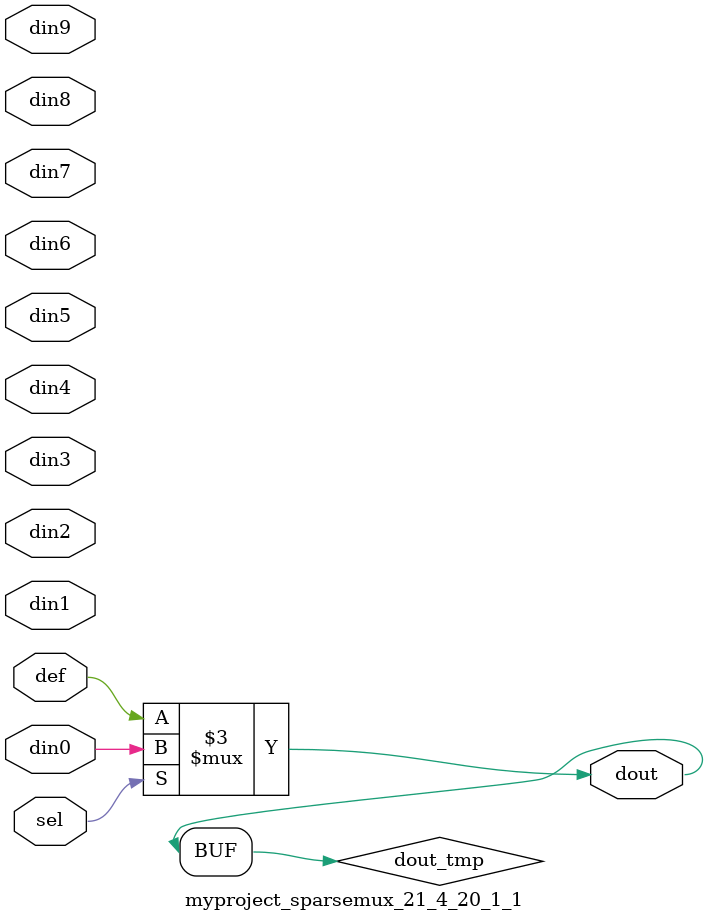
<source format=v>
`timescale 1ns / 1ps

module myproject_sparsemux_21_4_20_1_1 (din0,din1,din2,din3,din4,din5,din6,din7,din8,din9,def,sel,dout);

parameter din0_WIDTH = 1;

parameter din1_WIDTH = 1;

parameter din2_WIDTH = 1;

parameter din3_WIDTH = 1;

parameter din4_WIDTH = 1;

parameter din5_WIDTH = 1;

parameter din6_WIDTH = 1;

parameter din7_WIDTH = 1;

parameter din8_WIDTH = 1;

parameter din9_WIDTH = 1;

parameter def_WIDTH = 1;
parameter sel_WIDTH = 1;
parameter dout_WIDTH = 1;

parameter [sel_WIDTH-1:0] CASE0 = 1;

parameter [sel_WIDTH-1:0] CASE1 = 1;

parameter [sel_WIDTH-1:0] CASE2 = 1;

parameter [sel_WIDTH-1:0] CASE3 = 1;

parameter [sel_WIDTH-1:0] CASE4 = 1;

parameter [sel_WIDTH-1:0] CASE5 = 1;

parameter [sel_WIDTH-1:0] CASE6 = 1;

parameter [sel_WIDTH-1:0] CASE7 = 1;

parameter [sel_WIDTH-1:0] CASE8 = 1;

parameter [sel_WIDTH-1:0] CASE9 = 1;

parameter ID = 1;
parameter NUM_STAGE = 1;



input [din0_WIDTH-1:0] din0;

input [din1_WIDTH-1:0] din1;

input [din2_WIDTH-1:0] din2;

input [din3_WIDTH-1:0] din3;

input [din4_WIDTH-1:0] din4;

input [din5_WIDTH-1:0] din5;

input [din6_WIDTH-1:0] din6;

input [din7_WIDTH-1:0] din7;

input [din8_WIDTH-1:0] din8;

input [din9_WIDTH-1:0] din9;

input [def_WIDTH-1:0] def;
input [sel_WIDTH-1:0] sel;

output [dout_WIDTH-1:0] dout;



reg [dout_WIDTH-1:0] dout_tmp;


always @ (*) begin
(* parallel_case *) case (sel)
    
    CASE0 : dout_tmp = din0;
    
    CASE1 : dout_tmp = din1;
    
    CASE2 : dout_tmp = din2;
    
    CASE3 : dout_tmp = din3;
    
    CASE4 : dout_tmp = din4;
    
    CASE5 : dout_tmp = din5;
    
    CASE6 : dout_tmp = din6;
    
    CASE7 : dout_tmp = din7;
    
    CASE8 : dout_tmp = din8;
    
    CASE9 : dout_tmp = din9;
    
    default : dout_tmp = def;
endcase
end


assign dout = dout_tmp;



endmodule

</source>
